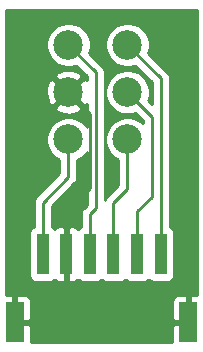
<source format=gbr>
%TF.GenerationSoftware,KiCad,Pcbnew,(5.1.6-0-10_14)*%
%TF.CreationDate,2020-07-14T22:31:58-07:00*%
%TF.ProjectId,switch_board,73776974-6368-45f6-926f-6172642e6b69,rev?*%
%TF.SameCoordinates,Original*%
%TF.FileFunction,Copper,L1,Top*%
%TF.FilePolarity,Positive*%
%FSLAX46Y46*%
G04 Gerber Fmt 4.6, Leading zero omitted, Abs format (unit mm)*
G04 Created by KiCad (PCBNEW (5.1.6-0-10_14)) date 2020-07-14 22:31:58*
%MOMM*%
%LPD*%
G01*
G04 APERTURE LIST*
%TA.AperFunction,ComponentPad*%
%ADD10C,2.500000*%
%TD*%
%TA.AperFunction,SMDPad,CuDef*%
%ADD11R,1.000000X3.500000*%
%TD*%
%TA.AperFunction,SMDPad,CuDef*%
%ADD12R,1.500000X3.400000*%
%TD*%
%TA.AperFunction,Conductor*%
%ADD13C,0.254000*%
%TD*%
G04 APERTURE END LIST*
D10*
%TO.P,SW1,6*%
%TO.N,Net-(J1-Pad6)*%
X156935000Y-53655000D03*
%TO.P,SW1,5*%
%TO.N,Net-(J1-Pad5)*%
X156935000Y-57655000D03*
%TO.P,SW1,4*%
%TO.N,Net-(J1-Pad4)*%
X156935000Y-61655000D03*
%TO.P,SW1,3*%
%TO.N,Net-(J1-Pad3)*%
X151935000Y-53655000D03*
%TO.P,SW1,2*%
%TO.N,GND*%
X151935000Y-57655000D03*
%TO.P,SW1,1*%
%TO.N,Net-(J1-Pad1)*%
X151935000Y-61655000D03*
%TD*%
D11*
%TO.P,J1,1*%
%TO.N,Net-(J1-Pad1)*%
X149750000Y-71375000D03*
%TO.P,J1,2*%
%TO.N,GND*%
X151750000Y-71375000D03*
%TO.P,J1,3*%
%TO.N,Net-(J1-Pad3)*%
X153750000Y-71375000D03*
%TO.P,J1,4*%
%TO.N,Net-(J1-Pad4)*%
X155750000Y-71375000D03*
%TO.P,J1,5*%
%TO.N,Net-(J1-Pad5)*%
X157750000Y-71375000D03*
%TO.P,J1,6*%
%TO.N,Net-(J1-Pad6)*%
X159750000Y-71375000D03*
D12*
%TO.P,J1,*%
%TO.N,GND*%
X147400000Y-77125000D03*
X162100000Y-77125000D03*
%TD*%
D13*
%TO.N,Net-(J1-Pad1)*%
X151935000Y-61655000D02*
X151935000Y-64815000D01*
X151935000Y-64815000D02*
X149750000Y-67000000D01*
X149750000Y-67000000D02*
X149750000Y-70250000D01*
%TO.N,GND*%
X151935000Y-57655000D02*
X153750000Y-59470000D01*
X153750000Y-59470000D02*
X153750000Y-65750000D01*
X153750000Y-65750000D02*
X151750000Y-67750000D01*
X151750000Y-67750000D02*
X151750000Y-71000000D01*
%TO.N,Net-(J1-Pad3)*%
X151935000Y-53655000D02*
X154250000Y-55970000D01*
X154250000Y-55970000D02*
X154250000Y-67500000D01*
X154250000Y-67500000D02*
X153750000Y-68000000D01*
X153750000Y-68000000D02*
X153750000Y-71750000D01*
%TO.N,Net-(J1-Pad4)*%
X156935000Y-61655000D02*
X156935000Y-65815000D01*
X156935000Y-65815000D02*
X155750000Y-67000000D01*
X155750000Y-67000000D02*
X155750000Y-71250000D01*
%TO.N,Net-(J1-Pad5)*%
X156935000Y-57655000D02*
X159000000Y-59720000D01*
X159000000Y-59720000D02*
X159000000Y-66500000D01*
X159000000Y-66500000D02*
X157750000Y-67750000D01*
X157750000Y-67750000D02*
X157750000Y-71500000D01*
%TO.N,Net-(J1-Pad6)*%
X156935000Y-53655000D02*
X159750000Y-56470000D01*
X159750000Y-56470000D02*
X159750000Y-71000000D01*
%TD*%
%TO.N,GND*%
G36*
X162815001Y-74787160D02*
G01*
X162385750Y-74790000D01*
X162227000Y-74948750D01*
X162227000Y-76998000D01*
X162247000Y-76998000D01*
X162247000Y-77252000D01*
X162227000Y-77252000D01*
X162227000Y-77272000D01*
X161973000Y-77272000D01*
X161973000Y-77252000D01*
X160873750Y-77252000D01*
X160715000Y-77410750D01*
X160711950Y-78815000D01*
X148788050Y-78815000D01*
X148785000Y-77410750D01*
X148626250Y-77252000D01*
X147527000Y-77252000D01*
X147527000Y-77272000D01*
X147273000Y-77272000D01*
X147273000Y-77252000D01*
X147253000Y-77252000D01*
X147253000Y-76998000D01*
X147273000Y-76998000D01*
X147273000Y-74948750D01*
X147527000Y-74948750D01*
X147527000Y-76998000D01*
X148626250Y-76998000D01*
X148785000Y-76839250D01*
X148788072Y-75425000D01*
X160711928Y-75425000D01*
X160715000Y-76839250D01*
X160873750Y-76998000D01*
X161973000Y-76998000D01*
X161973000Y-74948750D01*
X161814250Y-74790000D01*
X161350000Y-74786928D01*
X161225518Y-74799188D01*
X161105820Y-74835498D01*
X160995506Y-74894463D01*
X160898815Y-74973815D01*
X160819463Y-75070506D01*
X160760498Y-75180820D01*
X160724188Y-75300518D01*
X160711928Y-75425000D01*
X148788072Y-75425000D01*
X148775812Y-75300518D01*
X148739502Y-75180820D01*
X148680537Y-75070506D01*
X148601185Y-74973815D01*
X148504494Y-74894463D01*
X148394180Y-74835498D01*
X148274482Y-74799188D01*
X148150000Y-74786928D01*
X147685750Y-74790000D01*
X147527000Y-74948750D01*
X147273000Y-74948750D01*
X147114250Y-74790000D01*
X146685000Y-74787160D01*
X146685000Y-69625000D01*
X148611928Y-69625000D01*
X148611928Y-73125000D01*
X148624188Y-73249482D01*
X148660498Y-73369180D01*
X148719463Y-73479494D01*
X148798815Y-73576185D01*
X148895506Y-73655537D01*
X149005820Y-73714502D01*
X149125518Y-73750812D01*
X149250000Y-73763072D01*
X150250000Y-73763072D01*
X150374482Y-73750812D01*
X150494180Y-73714502D01*
X150604494Y-73655537D01*
X150701185Y-73576185D01*
X150750000Y-73516704D01*
X150798815Y-73576185D01*
X150895506Y-73655537D01*
X151005820Y-73714502D01*
X151125518Y-73750812D01*
X151250000Y-73763072D01*
X151464250Y-73760000D01*
X151623000Y-73601250D01*
X151623000Y-71502000D01*
X151603000Y-71502000D01*
X151603000Y-71248000D01*
X151623000Y-71248000D01*
X151623000Y-69148750D01*
X151464250Y-68990000D01*
X151250000Y-68986928D01*
X151125518Y-68999188D01*
X151005820Y-69035498D01*
X150895506Y-69094463D01*
X150798815Y-69173815D01*
X150750000Y-69233296D01*
X150701185Y-69173815D01*
X150604494Y-69094463D01*
X150512000Y-69045023D01*
X150512000Y-67315630D01*
X152447346Y-65380284D01*
X152476422Y-65356422D01*
X152544409Y-65273579D01*
X152571645Y-65240393D01*
X152642401Y-65108016D01*
X152642402Y-65108015D01*
X152685974Y-64964378D01*
X152697000Y-64852426D01*
X152697000Y-64852423D01*
X152700686Y-64815000D01*
X152697000Y-64777577D01*
X152697000Y-63379679D01*
X152827882Y-63325466D01*
X153136618Y-63119175D01*
X153399175Y-62856618D01*
X153488001Y-62723681D01*
X153488001Y-67184369D01*
X153237654Y-67434716D01*
X153208578Y-67458578D01*
X153152983Y-67526322D01*
X153113355Y-67574608D01*
X153099450Y-67600623D01*
X153042598Y-67706986D01*
X152999026Y-67850623D01*
X152991662Y-67925393D01*
X152984314Y-68000000D01*
X152988000Y-68037423D01*
X152988000Y-69045023D01*
X152895506Y-69094463D01*
X152798815Y-69173815D01*
X152750000Y-69233296D01*
X152701185Y-69173815D01*
X152604494Y-69094463D01*
X152494180Y-69035498D01*
X152374482Y-68999188D01*
X152250000Y-68986928D01*
X152035750Y-68990000D01*
X151877000Y-69148750D01*
X151877000Y-71248000D01*
X151897000Y-71248000D01*
X151897000Y-71502000D01*
X151877000Y-71502000D01*
X151877000Y-73601250D01*
X152035750Y-73760000D01*
X152250000Y-73763072D01*
X152374482Y-73750812D01*
X152494180Y-73714502D01*
X152604494Y-73655537D01*
X152701185Y-73576185D01*
X152750000Y-73516704D01*
X152798815Y-73576185D01*
X152895506Y-73655537D01*
X153005820Y-73714502D01*
X153125518Y-73750812D01*
X153250000Y-73763072D01*
X154250000Y-73763072D01*
X154374482Y-73750812D01*
X154494180Y-73714502D01*
X154604494Y-73655537D01*
X154701185Y-73576185D01*
X154750000Y-73516704D01*
X154798815Y-73576185D01*
X154895506Y-73655537D01*
X155005820Y-73714502D01*
X155125518Y-73750812D01*
X155250000Y-73763072D01*
X156250000Y-73763072D01*
X156374482Y-73750812D01*
X156494180Y-73714502D01*
X156604494Y-73655537D01*
X156701185Y-73576185D01*
X156750000Y-73516704D01*
X156798815Y-73576185D01*
X156895506Y-73655537D01*
X157005820Y-73714502D01*
X157125518Y-73750812D01*
X157250000Y-73763072D01*
X158250000Y-73763072D01*
X158374482Y-73750812D01*
X158494180Y-73714502D01*
X158604494Y-73655537D01*
X158701185Y-73576185D01*
X158750000Y-73516704D01*
X158798815Y-73576185D01*
X158895506Y-73655537D01*
X159005820Y-73714502D01*
X159125518Y-73750812D01*
X159250000Y-73763072D01*
X160250000Y-73763072D01*
X160374482Y-73750812D01*
X160494180Y-73714502D01*
X160604494Y-73655537D01*
X160701185Y-73576185D01*
X160780537Y-73479494D01*
X160839502Y-73369180D01*
X160875812Y-73249482D01*
X160888072Y-73125000D01*
X160888072Y-69625000D01*
X160875812Y-69500518D01*
X160839502Y-69380820D01*
X160780537Y-69270506D01*
X160701185Y-69173815D01*
X160604494Y-69094463D01*
X160512000Y-69045023D01*
X160512000Y-56507422D01*
X160515686Y-56469999D01*
X160508338Y-56395392D01*
X160500974Y-56320622D01*
X160457402Y-56176985D01*
X160386645Y-56044608D01*
X160291422Y-55928578D01*
X160262353Y-55904722D01*
X158693348Y-54335717D01*
X158747561Y-54204834D01*
X158820000Y-53840656D01*
X158820000Y-53469344D01*
X158747561Y-53105166D01*
X158605466Y-52762118D01*
X158399175Y-52453382D01*
X158136618Y-52190825D01*
X157827882Y-51984534D01*
X157484834Y-51842439D01*
X157120656Y-51770000D01*
X156749344Y-51770000D01*
X156385166Y-51842439D01*
X156042118Y-51984534D01*
X155733382Y-52190825D01*
X155470825Y-52453382D01*
X155264534Y-52762118D01*
X155122439Y-53105166D01*
X155050000Y-53469344D01*
X155050000Y-53840656D01*
X155122439Y-54204834D01*
X155264534Y-54547882D01*
X155470825Y-54856618D01*
X155733382Y-55119175D01*
X156042118Y-55325466D01*
X156385166Y-55467561D01*
X156749344Y-55540000D01*
X157120656Y-55540000D01*
X157484834Y-55467561D01*
X157615717Y-55413348D01*
X158988000Y-56785631D01*
X158988000Y-58630369D01*
X158693348Y-58335717D01*
X158747561Y-58204834D01*
X158820000Y-57840656D01*
X158820000Y-57469344D01*
X158747561Y-57105166D01*
X158605466Y-56762118D01*
X158399175Y-56453382D01*
X158136618Y-56190825D01*
X157827882Y-55984534D01*
X157484834Y-55842439D01*
X157120656Y-55770000D01*
X156749344Y-55770000D01*
X156385166Y-55842439D01*
X156042118Y-55984534D01*
X155733382Y-56190825D01*
X155470825Y-56453382D01*
X155264534Y-56762118D01*
X155122439Y-57105166D01*
X155050000Y-57469344D01*
X155050000Y-57840656D01*
X155122439Y-58204834D01*
X155264534Y-58547882D01*
X155470825Y-58856618D01*
X155733382Y-59119175D01*
X156042118Y-59325466D01*
X156385166Y-59467561D01*
X156749344Y-59540000D01*
X157120656Y-59540000D01*
X157484834Y-59467561D01*
X157615717Y-59413348D01*
X158238000Y-60035631D01*
X158238000Y-60292207D01*
X158136618Y-60190825D01*
X157827882Y-59984534D01*
X157484834Y-59842439D01*
X157120656Y-59770000D01*
X156749344Y-59770000D01*
X156385166Y-59842439D01*
X156042118Y-59984534D01*
X155733382Y-60190825D01*
X155470825Y-60453382D01*
X155264534Y-60762118D01*
X155122439Y-61105166D01*
X155050000Y-61469344D01*
X155050000Y-61840656D01*
X155122439Y-62204834D01*
X155264534Y-62547882D01*
X155470825Y-62856618D01*
X155733382Y-63119175D01*
X156042118Y-63325466D01*
X156173000Y-63379679D01*
X156173001Y-65499368D01*
X155237654Y-66434716D01*
X155208578Y-66458578D01*
X155156200Y-66522402D01*
X155113355Y-66574608D01*
X155075535Y-66645365D01*
X155042598Y-66706986D01*
X155012000Y-66807854D01*
X155012000Y-56007422D01*
X155015686Y-55969999D01*
X155007370Y-55885567D01*
X155000974Y-55820622D01*
X154957402Y-55676985D01*
X154886645Y-55544608D01*
X154791422Y-55428578D01*
X154762353Y-55404722D01*
X153693348Y-54335717D01*
X153747561Y-54204834D01*
X153820000Y-53840656D01*
X153820000Y-53469344D01*
X153747561Y-53105166D01*
X153605466Y-52762118D01*
X153399175Y-52453382D01*
X153136618Y-52190825D01*
X152827882Y-51984534D01*
X152484834Y-51842439D01*
X152120656Y-51770000D01*
X151749344Y-51770000D01*
X151385166Y-51842439D01*
X151042118Y-51984534D01*
X150733382Y-52190825D01*
X150470825Y-52453382D01*
X150264534Y-52762118D01*
X150122439Y-53105166D01*
X150050000Y-53469344D01*
X150050000Y-53840656D01*
X150122439Y-54204834D01*
X150264534Y-54547882D01*
X150470825Y-54856618D01*
X150733382Y-55119175D01*
X151042118Y-55325466D01*
X151385166Y-55467561D01*
X151749344Y-55540000D01*
X152120656Y-55540000D01*
X152484834Y-55467561D01*
X152615717Y-55413348D01*
X153488000Y-56285631D01*
X153488000Y-56624952D01*
X153248605Y-56521000D01*
X152114605Y-57655000D01*
X153248605Y-58789000D01*
X153488000Y-58685048D01*
X153488000Y-60586318D01*
X153399175Y-60453382D01*
X153136618Y-60190825D01*
X152827882Y-59984534D01*
X152484834Y-59842439D01*
X152120656Y-59770000D01*
X151749344Y-59770000D01*
X151385166Y-59842439D01*
X151042118Y-59984534D01*
X150733382Y-60190825D01*
X150470825Y-60453382D01*
X150264534Y-60762118D01*
X150122439Y-61105166D01*
X150050000Y-61469344D01*
X150050000Y-61840656D01*
X150122439Y-62204834D01*
X150264534Y-62547882D01*
X150470825Y-62856618D01*
X150733382Y-63119175D01*
X151042118Y-63325466D01*
X151173001Y-63379679D01*
X151173001Y-64499369D01*
X149237654Y-66434716D01*
X149208578Y-66458578D01*
X149156200Y-66522402D01*
X149113355Y-66574608D01*
X149075535Y-66645365D01*
X149042598Y-66706986D01*
X148999026Y-66850623D01*
X148988394Y-66958579D01*
X148984314Y-67000000D01*
X148988000Y-67037423D01*
X148988001Y-69045023D01*
X148895506Y-69094463D01*
X148798815Y-69173815D01*
X148719463Y-69270506D01*
X148660498Y-69380820D01*
X148624188Y-69500518D01*
X148611928Y-69625000D01*
X146685000Y-69625000D01*
X146685000Y-58968605D01*
X150801000Y-58968605D01*
X150926914Y-59258577D01*
X151259126Y-59424433D01*
X151617312Y-59522290D01*
X151987706Y-59548389D01*
X152356075Y-59501725D01*
X152708262Y-59384094D01*
X152943086Y-59258577D01*
X153069000Y-58968605D01*
X151935000Y-57834605D01*
X150801000Y-58968605D01*
X146685000Y-58968605D01*
X146685000Y-57707706D01*
X150041611Y-57707706D01*
X150088275Y-58076075D01*
X150205906Y-58428262D01*
X150331423Y-58663086D01*
X150621395Y-58789000D01*
X151755395Y-57655000D01*
X150621395Y-56521000D01*
X150331423Y-56646914D01*
X150165567Y-56979126D01*
X150067710Y-57337312D01*
X150041611Y-57707706D01*
X146685000Y-57707706D01*
X146685000Y-56341395D01*
X150801000Y-56341395D01*
X151935000Y-57475395D01*
X153069000Y-56341395D01*
X152943086Y-56051423D01*
X152610874Y-55885567D01*
X152252688Y-55787710D01*
X151882294Y-55761611D01*
X151513925Y-55808275D01*
X151161738Y-55925906D01*
X150926914Y-56051423D01*
X150801000Y-56341395D01*
X146685000Y-56341395D01*
X146685000Y-50685000D01*
X162815000Y-50685000D01*
X162815001Y-74787160D01*
G37*
X162815001Y-74787160D02*
X162385750Y-74790000D01*
X162227000Y-74948750D01*
X162227000Y-76998000D01*
X162247000Y-76998000D01*
X162247000Y-77252000D01*
X162227000Y-77252000D01*
X162227000Y-77272000D01*
X161973000Y-77272000D01*
X161973000Y-77252000D01*
X160873750Y-77252000D01*
X160715000Y-77410750D01*
X160711950Y-78815000D01*
X148788050Y-78815000D01*
X148785000Y-77410750D01*
X148626250Y-77252000D01*
X147527000Y-77252000D01*
X147527000Y-77272000D01*
X147273000Y-77272000D01*
X147273000Y-77252000D01*
X147253000Y-77252000D01*
X147253000Y-76998000D01*
X147273000Y-76998000D01*
X147273000Y-74948750D01*
X147527000Y-74948750D01*
X147527000Y-76998000D01*
X148626250Y-76998000D01*
X148785000Y-76839250D01*
X148788072Y-75425000D01*
X160711928Y-75425000D01*
X160715000Y-76839250D01*
X160873750Y-76998000D01*
X161973000Y-76998000D01*
X161973000Y-74948750D01*
X161814250Y-74790000D01*
X161350000Y-74786928D01*
X161225518Y-74799188D01*
X161105820Y-74835498D01*
X160995506Y-74894463D01*
X160898815Y-74973815D01*
X160819463Y-75070506D01*
X160760498Y-75180820D01*
X160724188Y-75300518D01*
X160711928Y-75425000D01*
X148788072Y-75425000D01*
X148775812Y-75300518D01*
X148739502Y-75180820D01*
X148680537Y-75070506D01*
X148601185Y-74973815D01*
X148504494Y-74894463D01*
X148394180Y-74835498D01*
X148274482Y-74799188D01*
X148150000Y-74786928D01*
X147685750Y-74790000D01*
X147527000Y-74948750D01*
X147273000Y-74948750D01*
X147114250Y-74790000D01*
X146685000Y-74787160D01*
X146685000Y-69625000D01*
X148611928Y-69625000D01*
X148611928Y-73125000D01*
X148624188Y-73249482D01*
X148660498Y-73369180D01*
X148719463Y-73479494D01*
X148798815Y-73576185D01*
X148895506Y-73655537D01*
X149005820Y-73714502D01*
X149125518Y-73750812D01*
X149250000Y-73763072D01*
X150250000Y-73763072D01*
X150374482Y-73750812D01*
X150494180Y-73714502D01*
X150604494Y-73655537D01*
X150701185Y-73576185D01*
X150750000Y-73516704D01*
X150798815Y-73576185D01*
X150895506Y-73655537D01*
X151005820Y-73714502D01*
X151125518Y-73750812D01*
X151250000Y-73763072D01*
X151464250Y-73760000D01*
X151623000Y-73601250D01*
X151623000Y-71502000D01*
X151603000Y-71502000D01*
X151603000Y-71248000D01*
X151623000Y-71248000D01*
X151623000Y-69148750D01*
X151464250Y-68990000D01*
X151250000Y-68986928D01*
X151125518Y-68999188D01*
X151005820Y-69035498D01*
X150895506Y-69094463D01*
X150798815Y-69173815D01*
X150750000Y-69233296D01*
X150701185Y-69173815D01*
X150604494Y-69094463D01*
X150512000Y-69045023D01*
X150512000Y-67315630D01*
X152447346Y-65380284D01*
X152476422Y-65356422D01*
X152544409Y-65273579D01*
X152571645Y-65240393D01*
X152642401Y-65108016D01*
X152642402Y-65108015D01*
X152685974Y-64964378D01*
X152697000Y-64852426D01*
X152697000Y-64852423D01*
X152700686Y-64815000D01*
X152697000Y-64777577D01*
X152697000Y-63379679D01*
X152827882Y-63325466D01*
X153136618Y-63119175D01*
X153399175Y-62856618D01*
X153488001Y-62723681D01*
X153488001Y-67184369D01*
X153237654Y-67434716D01*
X153208578Y-67458578D01*
X153152983Y-67526322D01*
X153113355Y-67574608D01*
X153099450Y-67600623D01*
X153042598Y-67706986D01*
X152999026Y-67850623D01*
X152991662Y-67925393D01*
X152984314Y-68000000D01*
X152988000Y-68037423D01*
X152988000Y-69045023D01*
X152895506Y-69094463D01*
X152798815Y-69173815D01*
X152750000Y-69233296D01*
X152701185Y-69173815D01*
X152604494Y-69094463D01*
X152494180Y-69035498D01*
X152374482Y-68999188D01*
X152250000Y-68986928D01*
X152035750Y-68990000D01*
X151877000Y-69148750D01*
X151877000Y-71248000D01*
X151897000Y-71248000D01*
X151897000Y-71502000D01*
X151877000Y-71502000D01*
X151877000Y-73601250D01*
X152035750Y-73760000D01*
X152250000Y-73763072D01*
X152374482Y-73750812D01*
X152494180Y-73714502D01*
X152604494Y-73655537D01*
X152701185Y-73576185D01*
X152750000Y-73516704D01*
X152798815Y-73576185D01*
X152895506Y-73655537D01*
X153005820Y-73714502D01*
X153125518Y-73750812D01*
X153250000Y-73763072D01*
X154250000Y-73763072D01*
X154374482Y-73750812D01*
X154494180Y-73714502D01*
X154604494Y-73655537D01*
X154701185Y-73576185D01*
X154750000Y-73516704D01*
X154798815Y-73576185D01*
X154895506Y-73655537D01*
X155005820Y-73714502D01*
X155125518Y-73750812D01*
X155250000Y-73763072D01*
X156250000Y-73763072D01*
X156374482Y-73750812D01*
X156494180Y-73714502D01*
X156604494Y-73655537D01*
X156701185Y-73576185D01*
X156750000Y-73516704D01*
X156798815Y-73576185D01*
X156895506Y-73655537D01*
X157005820Y-73714502D01*
X157125518Y-73750812D01*
X157250000Y-73763072D01*
X158250000Y-73763072D01*
X158374482Y-73750812D01*
X158494180Y-73714502D01*
X158604494Y-73655537D01*
X158701185Y-73576185D01*
X158750000Y-73516704D01*
X158798815Y-73576185D01*
X158895506Y-73655537D01*
X159005820Y-73714502D01*
X159125518Y-73750812D01*
X159250000Y-73763072D01*
X160250000Y-73763072D01*
X160374482Y-73750812D01*
X160494180Y-73714502D01*
X160604494Y-73655537D01*
X160701185Y-73576185D01*
X160780537Y-73479494D01*
X160839502Y-73369180D01*
X160875812Y-73249482D01*
X160888072Y-73125000D01*
X160888072Y-69625000D01*
X160875812Y-69500518D01*
X160839502Y-69380820D01*
X160780537Y-69270506D01*
X160701185Y-69173815D01*
X160604494Y-69094463D01*
X160512000Y-69045023D01*
X160512000Y-56507422D01*
X160515686Y-56469999D01*
X160508338Y-56395392D01*
X160500974Y-56320622D01*
X160457402Y-56176985D01*
X160386645Y-56044608D01*
X160291422Y-55928578D01*
X160262353Y-55904722D01*
X158693348Y-54335717D01*
X158747561Y-54204834D01*
X158820000Y-53840656D01*
X158820000Y-53469344D01*
X158747561Y-53105166D01*
X158605466Y-52762118D01*
X158399175Y-52453382D01*
X158136618Y-52190825D01*
X157827882Y-51984534D01*
X157484834Y-51842439D01*
X157120656Y-51770000D01*
X156749344Y-51770000D01*
X156385166Y-51842439D01*
X156042118Y-51984534D01*
X155733382Y-52190825D01*
X155470825Y-52453382D01*
X155264534Y-52762118D01*
X155122439Y-53105166D01*
X155050000Y-53469344D01*
X155050000Y-53840656D01*
X155122439Y-54204834D01*
X155264534Y-54547882D01*
X155470825Y-54856618D01*
X155733382Y-55119175D01*
X156042118Y-55325466D01*
X156385166Y-55467561D01*
X156749344Y-55540000D01*
X157120656Y-55540000D01*
X157484834Y-55467561D01*
X157615717Y-55413348D01*
X158988000Y-56785631D01*
X158988000Y-58630369D01*
X158693348Y-58335717D01*
X158747561Y-58204834D01*
X158820000Y-57840656D01*
X158820000Y-57469344D01*
X158747561Y-57105166D01*
X158605466Y-56762118D01*
X158399175Y-56453382D01*
X158136618Y-56190825D01*
X157827882Y-55984534D01*
X157484834Y-55842439D01*
X157120656Y-55770000D01*
X156749344Y-55770000D01*
X156385166Y-55842439D01*
X156042118Y-55984534D01*
X155733382Y-56190825D01*
X155470825Y-56453382D01*
X155264534Y-56762118D01*
X155122439Y-57105166D01*
X155050000Y-57469344D01*
X155050000Y-57840656D01*
X155122439Y-58204834D01*
X155264534Y-58547882D01*
X155470825Y-58856618D01*
X155733382Y-59119175D01*
X156042118Y-59325466D01*
X156385166Y-59467561D01*
X156749344Y-59540000D01*
X157120656Y-59540000D01*
X157484834Y-59467561D01*
X157615717Y-59413348D01*
X158238000Y-60035631D01*
X158238000Y-60292207D01*
X158136618Y-60190825D01*
X157827882Y-59984534D01*
X157484834Y-59842439D01*
X157120656Y-59770000D01*
X156749344Y-59770000D01*
X156385166Y-59842439D01*
X156042118Y-59984534D01*
X155733382Y-60190825D01*
X155470825Y-60453382D01*
X155264534Y-60762118D01*
X155122439Y-61105166D01*
X155050000Y-61469344D01*
X155050000Y-61840656D01*
X155122439Y-62204834D01*
X155264534Y-62547882D01*
X155470825Y-62856618D01*
X155733382Y-63119175D01*
X156042118Y-63325466D01*
X156173000Y-63379679D01*
X156173001Y-65499368D01*
X155237654Y-66434716D01*
X155208578Y-66458578D01*
X155156200Y-66522402D01*
X155113355Y-66574608D01*
X155075535Y-66645365D01*
X155042598Y-66706986D01*
X155012000Y-66807854D01*
X155012000Y-56007422D01*
X155015686Y-55969999D01*
X155007370Y-55885567D01*
X155000974Y-55820622D01*
X154957402Y-55676985D01*
X154886645Y-55544608D01*
X154791422Y-55428578D01*
X154762353Y-55404722D01*
X153693348Y-54335717D01*
X153747561Y-54204834D01*
X153820000Y-53840656D01*
X153820000Y-53469344D01*
X153747561Y-53105166D01*
X153605466Y-52762118D01*
X153399175Y-52453382D01*
X153136618Y-52190825D01*
X152827882Y-51984534D01*
X152484834Y-51842439D01*
X152120656Y-51770000D01*
X151749344Y-51770000D01*
X151385166Y-51842439D01*
X151042118Y-51984534D01*
X150733382Y-52190825D01*
X150470825Y-52453382D01*
X150264534Y-52762118D01*
X150122439Y-53105166D01*
X150050000Y-53469344D01*
X150050000Y-53840656D01*
X150122439Y-54204834D01*
X150264534Y-54547882D01*
X150470825Y-54856618D01*
X150733382Y-55119175D01*
X151042118Y-55325466D01*
X151385166Y-55467561D01*
X151749344Y-55540000D01*
X152120656Y-55540000D01*
X152484834Y-55467561D01*
X152615717Y-55413348D01*
X153488000Y-56285631D01*
X153488000Y-56624952D01*
X153248605Y-56521000D01*
X152114605Y-57655000D01*
X153248605Y-58789000D01*
X153488000Y-58685048D01*
X153488000Y-60586318D01*
X153399175Y-60453382D01*
X153136618Y-60190825D01*
X152827882Y-59984534D01*
X152484834Y-59842439D01*
X152120656Y-59770000D01*
X151749344Y-59770000D01*
X151385166Y-59842439D01*
X151042118Y-59984534D01*
X150733382Y-60190825D01*
X150470825Y-60453382D01*
X150264534Y-60762118D01*
X150122439Y-61105166D01*
X150050000Y-61469344D01*
X150050000Y-61840656D01*
X150122439Y-62204834D01*
X150264534Y-62547882D01*
X150470825Y-62856618D01*
X150733382Y-63119175D01*
X151042118Y-63325466D01*
X151173001Y-63379679D01*
X151173001Y-64499369D01*
X149237654Y-66434716D01*
X149208578Y-66458578D01*
X149156200Y-66522402D01*
X149113355Y-66574608D01*
X149075535Y-66645365D01*
X149042598Y-66706986D01*
X148999026Y-66850623D01*
X148988394Y-66958579D01*
X148984314Y-67000000D01*
X148988000Y-67037423D01*
X148988001Y-69045023D01*
X148895506Y-69094463D01*
X148798815Y-69173815D01*
X148719463Y-69270506D01*
X148660498Y-69380820D01*
X148624188Y-69500518D01*
X148611928Y-69625000D01*
X146685000Y-69625000D01*
X146685000Y-58968605D01*
X150801000Y-58968605D01*
X150926914Y-59258577D01*
X151259126Y-59424433D01*
X151617312Y-59522290D01*
X151987706Y-59548389D01*
X152356075Y-59501725D01*
X152708262Y-59384094D01*
X152943086Y-59258577D01*
X153069000Y-58968605D01*
X151935000Y-57834605D01*
X150801000Y-58968605D01*
X146685000Y-58968605D01*
X146685000Y-57707706D01*
X150041611Y-57707706D01*
X150088275Y-58076075D01*
X150205906Y-58428262D01*
X150331423Y-58663086D01*
X150621395Y-58789000D01*
X151755395Y-57655000D01*
X150621395Y-56521000D01*
X150331423Y-56646914D01*
X150165567Y-56979126D01*
X150067710Y-57337312D01*
X150041611Y-57707706D01*
X146685000Y-57707706D01*
X146685000Y-56341395D01*
X150801000Y-56341395D01*
X151935000Y-57475395D01*
X153069000Y-56341395D01*
X152943086Y-56051423D01*
X152610874Y-55885567D01*
X152252688Y-55787710D01*
X151882294Y-55761611D01*
X151513925Y-55808275D01*
X151161738Y-55925906D01*
X150926914Y-56051423D01*
X150801000Y-56341395D01*
X146685000Y-56341395D01*
X146685000Y-50685000D01*
X162815000Y-50685000D01*
X162815001Y-74787160D01*
%TD*%
M02*

</source>
